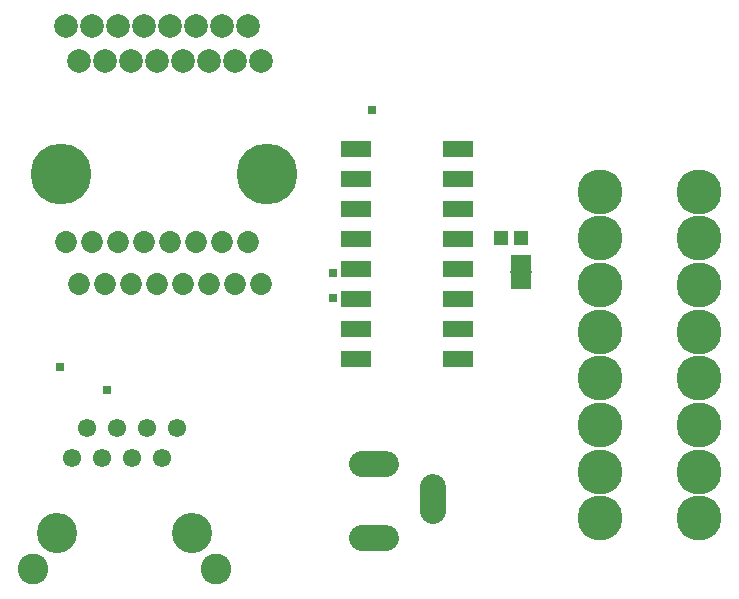
<source format=gbr>
G04 EAGLE Gerber RS-274X export*
G75*
%MOMM*%
%FSLAX34Y34*%
%LPD*%
%INSoldermask Top*%
%IPPOS*%
%AMOC8*
5,1,8,0,0,1.08239X$1,22.5*%
G01*
%ADD10C,3.403200*%
%ADD11C,1.553200*%
%ADD12C,2.603200*%
%ADD13R,1.203200X1.303200*%
%ADD14R,2.643200X1.333200*%
%ADD15C,3.819200*%
%ADD16R,1.803400X1.371600*%
%ADD17R,1.828800X0.152400*%
%ADD18R,0.711200X0.711200*%
%ADD19C,1.853200*%
%ADD20C,5.153200*%
%ADD21C,2.003200*%
%ADD22C,2.203200*%


D10*
X47550Y78900D03*
X161850Y78900D03*
D11*
X149150Y167800D03*
X123750Y167800D03*
X98350Y167800D03*
X72950Y167800D03*
X85650Y142400D03*
X111050Y142400D03*
X136450Y142400D03*
X60250Y142400D03*
D12*
X27200Y48400D03*
X182200Y48400D03*
D13*
X440200Y328800D03*
X423200Y328800D03*
D14*
X300900Y302800D03*
X386900Y302800D03*
X386900Y328200D03*
X300900Y328200D03*
X300900Y379000D03*
X300900Y353600D03*
X300900Y404400D03*
X386900Y404400D03*
X386900Y353600D03*
X386900Y379000D03*
X386900Y252000D03*
X300900Y252000D03*
X386900Y277400D03*
X300900Y277400D03*
X300900Y226600D03*
X386900Y226600D03*
D15*
X591300Y368150D03*
X591300Y328650D03*
X591300Y289150D03*
X591300Y249650D03*
X591300Y210150D03*
X591300Y170650D03*
X591300Y131150D03*
X591300Y91650D03*
X507300Y368150D03*
X507300Y328650D03*
X507300Y289150D03*
X507300Y249650D03*
X507300Y210150D03*
X507300Y170650D03*
X507300Y131150D03*
X507300Y91650D03*
D16*
X440000Y292880D03*
X440000Y308120D03*
D17*
X440000Y300500D03*
D18*
X90000Y200000D03*
X281000Y278000D03*
X281000Y299100D03*
X314000Y437000D03*
X50000Y220000D03*
D19*
X66500Y290400D03*
X88500Y290400D03*
X110500Y290400D03*
X132500Y290400D03*
X154500Y290400D03*
X176500Y290400D03*
X198500Y290400D03*
X220500Y290400D03*
X55500Y325400D03*
X77500Y325400D03*
X99500Y325400D03*
X121500Y325400D03*
X143500Y325400D03*
X165500Y325400D03*
X187500Y325400D03*
X209500Y325400D03*
D20*
X225500Y383400D03*
X50500Y383400D03*
D21*
X66000Y478700D03*
X88000Y478700D03*
X110000Y478700D03*
X132000Y478700D03*
X154000Y478700D03*
X176000Y478700D03*
X198000Y478700D03*
X220000Y478700D03*
X55000Y508700D03*
X77000Y508700D03*
X99000Y508700D03*
X121000Y508700D03*
X143000Y508700D03*
X165000Y508700D03*
X187000Y508700D03*
X209000Y508700D03*
D22*
X305800Y138000D02*
X325800Y138000D01*
X325800Y75000D02*
X305800Y75000D01*
X365800Y98000D02*
X365800Y118000D01*
M02*

</source>
